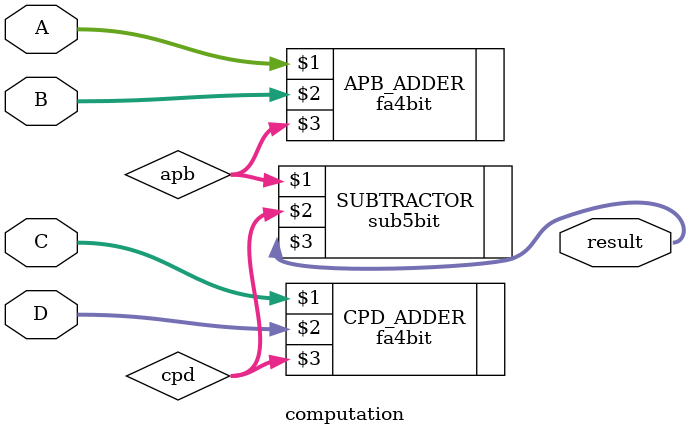
<source format=v>
module computation (
  input [3:0] A, B, C, D,
  output [4:0] result
);

  wire [4:0] apb, cpd;

  // Need adder for apb = A+B
  fa4bit APB_ADDER ( A, B, apb );

  // Need adder for cpd = C+D
  fa4bit CPD_ADDER ( C, D, cpd );

  // Need subtractor for (A+B)-(C+D), result = apb - cpd
  sub5bit SUBTRACTOR ( apb, cpd, result );

endmodule

</source>
